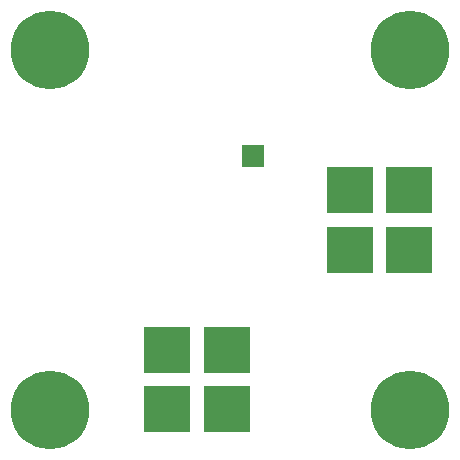
<source format=gbr>
G75*
G70*
%OFA0B0*%
%FSLAX24Y24*%
%IPPOS*%
%LPD*%
%AMOC8*
5,1,8,0,0,1.08239X$1,22.5*
%
%ADD10R,0.1580X0.1580*%
%ADD11C,0.2620*%
%ADD12R,0.0730X0.0730*%
D10*
X006354Y005661D03*
X006354Y007630D03*
X008354Y007630D03*
X008354Y005661D03*
X012448Y010960D03*
X012448Y012960D03*
X014417Y012960D03*
X014417Y010960D03*
D11*
X002448Y005630D03*
X002448Y017630D03*
X014448Y017630D03*
X014448Y005630D03*
D12*
X009189Y014102D03*
M02*

</source>
